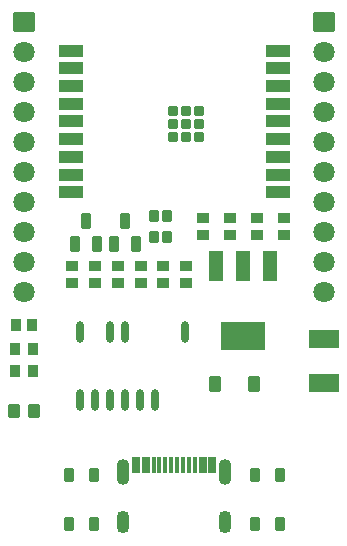
<source format=gts>
G04 Layer: TopSolderMaskLayer*
G04 EasyEDA Pro v2.2.45.4, 2025-12-09 09:54:16*
G04 Gerber Generator version 0.3*
G04 Scale: 100 percent, Rotated: No, Reflected: No*
G04 Dimensions in millimeters*
G04 Leading zeros omitted, absolute positions, 4 integers and 5 decimals*
G04 Generated by one-click*
%FSLAX45Y45*%
%MOMM*%
%AMRoundRect*1,1,$1,$2,$3*1,1,$1,$4,$5*1,1,$1,0-$2,0-$3*1,1,$1,0-$4,0-$5*20,1,$1,$2,$3,$4,$5,0*20,1,$1,$4,$5,0-$2,0-$3,0*20,1,$1,0-$2,0-$3,0-$4,0-$5,0*20,1,$1,0-$4,0-$5,$2,$3,0*4,1,4,$2,$3,$4,$5,0-$2,0-$3,0-$4,0-$5,$2,$3,0*%
%ADD10RoundRect,0.09017X-0.35571X-0.53072X-0.35571X0.53072*%
%ADD11RoundRect,0.08752X-0.30625X0.62625X0.30625X0.62625*%
%ADD12RoundRect,0.08002X-0.16X0.63001X0.16X0.63001*%
%ADD13O,1.10002X2.20002*%
%ADD14O,1.10002X1.90002*%
%ADD15RoundRect,0.09131X-0.40514X0.45514X0.40514X0.45514*%
%ADD16RoundRect,0.09131X-0.45514X-0.40514X-0.45514X0.40514*%
%ADD17RoundRect,0.1003X-1.19102X-0.75614X-1.19102X0.75614*%
%ADD18RoundRect,0.09556X-1.19102X-0.75614X-1.19102X0.75614*%
%ADD19RoundRect,0.09233X-0.45964X0.61463X0.45964X0.61463*%
%ADD20C,1.8016*%
%ADD21RoundRect,0.09579X-0.8529X-0.7903X-0.8529X0.7903*%
%ADD22RoundRect,0.09224X-0.45464X-0.50468X-0.45464X0.50468*%
%ADD23RoundRect,0.09017X-0.35571X-0.45571X-0.35571X0.45571*%
%ADD24RoundRect,0.09017X-0.35571X-0.63072X-0.35571X0.63072*%
%ADD25RoundRect,0.09138X-0.40835X0.43711X0.40835X0.43711*%
%ADD26RoundRect,0.09138X-0.43711X-0.40835X-0.43711X0.40835*%
%ADD27RoundRect,0.09169X-1.00417X0.50417X1.00417X0.50417*%
%ADD28RoundRect,0.08891X-0.35556X0.35556X0.35556X0.35556*%
%ADD29RoundRect,0.09368X-0.55396X-1.25396X-0.55396X1.25396*%
%ADD30RoundRect,0.09754X-1.80203X-1.17203X-1.80203X1.17203*%
%ADD31O,0.66159X1.84661*%
G75*


G04 Pad Start*
G54D10*
G01X679907Y-3410407D03*
G01X679907Y-2990393D03*
G01X894893Y-3410407D03*
G01X894893Y-2990393D03*
G01X-894893Y-3410407D03*
G01X-894893Y-2990393D03*
G01X-679907Y-3410407D03*
G01X-679907Y-2990393D03*
G54D11*
G01X319989Y-2909595D03*
G01X240005Y-2909595D03*
G54D12*
G01X175006Y-2909595D03*
G01X124993Y-2909595D03*
G01X75006Y-2909595D03*
G01X24994Y-2909595D03*
G01X-24994Y-2909595D03*
G01X-75006Y-2909595D03*
G01X-124993Y-2909595D03*
G01X-175006Y-2909595D03*
G54D11*
G01X-240005Y-2909595D03*
G01X-319989Y-2909595D03*
G54D13*
G01X-432003Y-2971597D03*
G54D14*
G01X-432003Y-3389605D03*
G01X432003Y-3389605D03*
G54D13*
G01X432003Y-2971597D03*
G54D15*
G01X-1199998Y-1727200D03*
G01X-1340002Y-1727200D03*
G54D16*
G01X927100Y-959002D03*
G01X927100Y-818998D03*
G01X698500Y-959002D03*
G01X698500Y-818998D03*
G01X469900Y-959002D03*
G01X469900Y-818998D03*
G01X241300Y-959002D03*
G01X241300Y-818998D03*
G54D18*
G01X1270000Y-2218055D03*
G01X1270000Y-1845945D03*
G54D19*
G01X671500Y-2222500D03*
G01X344500Y-2222500D03*
G54D20*
G01X-1270000Y-1447800D03*
G01X-1270000Y-1193800D03*
G01X-1270000Y-939800D03*
G01X-1270000Y-685800D03*
G01X-1270000Y-431800D03*
G01X-1270000Y-177800D03*
G01X-1270000Y76200D03*
G01X-1270000Y330200D03*
G01X-1270000Y584200D03*
G54D21*
G01X-1270000Y838200D03*
G54D22*
G01X-1185012Y-2451100D03*
G01X-1355014Y-2451100D03*
G54D23*
G01X-169316Y-797509D03*
G01X-59309Y-797509D03*
G01X-59309Y-980516D03*
G01X-169316Y-980516D03*
G54D24*
G01X-514096Y-1039800D03*
G01X-324104Y-1039800D03*
G01X-419100Y-839800D03*
G54D25*
G01X-1345336Y-1922915D03*
G01X-1194664Y-1922915D03*
G01X-1345336Y-2113689D03*
G01X-1194664Y-2113689D03*
G54D26*
G01X101600Y-1220064D03*
G01X101600Y-1370736D03*
G01X-91440Y-1220064D03*
G01X-91440Y-1370736D03*
G01X-284480Y-1370736D03*
G01X-284480Y-1220064D03*
G54D27*
G01X875005Y-149987D03*
G01X875005Y0D03*
G01X875005Y150012D03*
G01X875005Y299999D03*
G01X875005Y450012D03*
G01X875005Y599999D03*
G54D28*
G01X-13995Y90018D03*
G01X-13995Y-19990D03*
G01X-13995Y-129997D03*
G01X95987Y90018D03*
G01X95987Y-19990D03*
G01X95987Y-129997D03*
G01X205994Y-129997D03*
G01X205994Y-19990D03*
G01X205994Y90018D03*
G54D27*
G01X-875005Y599999D03*
G01X-875005Y450012D03*
G01X-875005Y299999D03*
G01X-875005Y150012D03*
G01X-875005Y0D03*
G01X-875005Y-149987D03*
G01X-875005Y-299999D03*
G01X-875005Y-449986D03*
G01X875005Y-599999D03*
G01X875005Y-449986D03*
G01X875005Y-299999D03*
G01X-875005Y-599999D03*
G54D29*
G01X814197Y-1226998D03*
G01X584200Y-1226998D03*
G01X354203Y-1226998D03*
G54D30*
G01X584200Y-1821002D03*
G54D31*
G01X-801192Y-2358161D03*
G01X-674192Y-2358161D03*
G01X-547192Y-2358161D03*
G01X-420192Y-2358161D03*
G01X-293192Y-2358161D03*
G01X-166192Y-2358161D03*
G01X-801192Y-1783664D03*
G01X-547192Y-1783664D03*
G01X-420192Y-1783664D03*
G01X87808Y-1783664D03*
G54D20*
G01X1270000Y-1447800D03*
G01X1270000Y-1193800D03*
G01X1270000Y-939800D03*
G01X1270000Y-685800D03*
G01X1270000Y-431800D03*
G01X1270000Y-177800D03*
G01X1270000Y76200D03*
G01X1270000Y330200D03*
G01X1270000Y584200D03*
G54D21*
G01X1270000Y838200D03*
G54D24*
G01X-844296Y-1039800D03*
G01X-654304Y-1039800D03*
G01X-749300Y-839800D03*
G54D26*
G01X-477520Y-1220064D03*
G01X-477520Y-1370736D03*
G01X-670560Y-1370736D03*
G01X-670560Y-1220064D03*
G01X-863600Y-1370736D03*
G01X-863600Y-1220064D03*
G04 Pad End*

M02*


</source>
